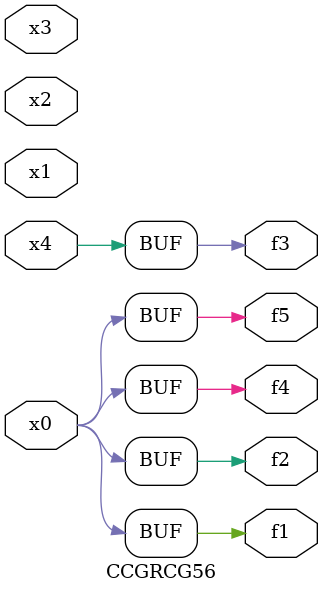
<source format=v>
module CCGRCG56(
	input x0, x1, x2, x3, x4,
	output f1, f2, f3, f4, f5
);
	assign f1 = x0;
	assign f2 = x0;
	assign f3 = x4;
	assign f4 = x0;
	assign f5 = x0;
endmodule

</source>
